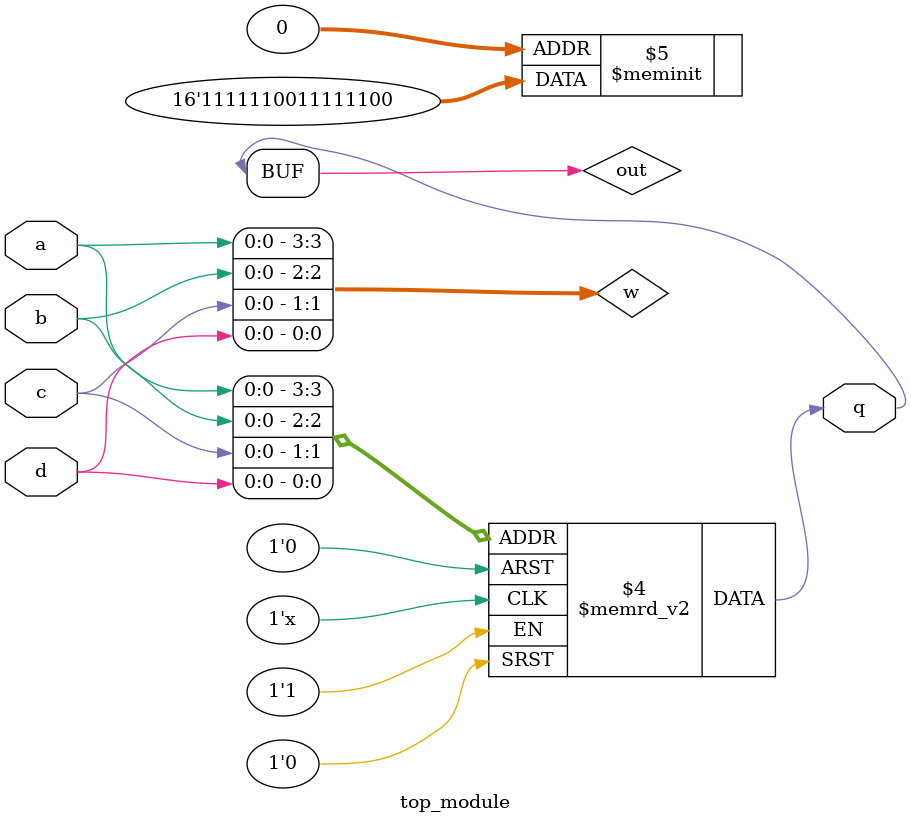
<source format=v>
module top_module (
    input a,
    input b,
    input c,
    input d,
    output q );//
 wire [3:0] w;
    reg out;
    assign w={a,b,c,d};
    always@(*)begin
        case(w)
            4'b0010:out<=1'b1;
            4'b0011:out<=1'b1;
            4'b0100:out<=1'b1;
            4'b0101:out<=1'b1;
            4'b0110:out<=1'b1;
            4'b0111:out<=1'b1;
            4'b1010:out<=1'b1;
            4'b1011:out<=1'b1;
            4'b1100:out<=1'b1;
            4'b1101:out<=1'b1;
            4'b1110:out<=1'b1;
            4'b1111:out<=1'b1;
            default:out=1'b0;
        endcase
    end
    assign q = out; 
endmodule

</source>
